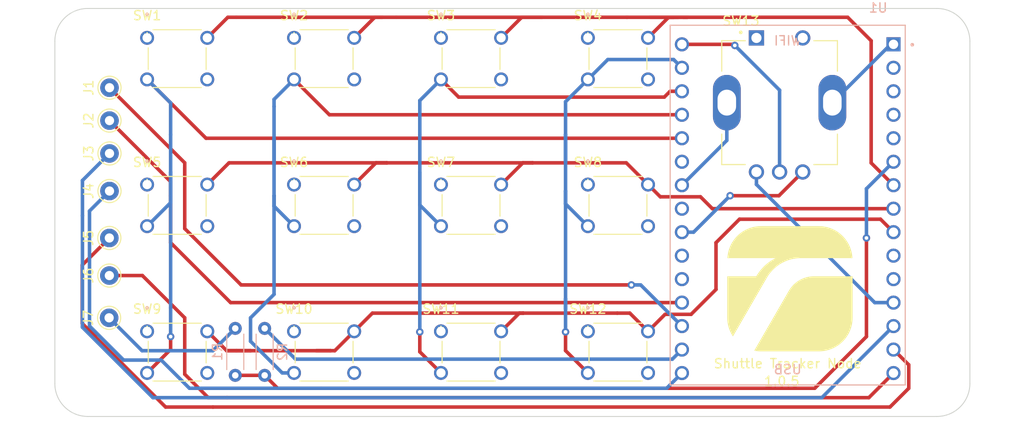
<source format=kicad_pcb>
(kicad_pcb (version 20211014) (generator pcbnew)
  (layers (0 "F.Cu" signal) (31 "B.Cu" signal) (34 "B.Paste" user) (35 "F.Paste" user) (36 "B.SilkS" user "B.Silkscreen") (37 "F.SilkS" user "F.Silkscreen") (38 "B.Mask" user) (39 "F.Mask" user) (44 "Edge.Cuts" user))
  (net 0 "")
  (net 1 "LCD_DAT")
  (net 2 "LCD_CLK")
  (net 3 "LCD_5V")
  (net 4 "LCD_GND")
  (net 5 "C1")
  (net 6 "R1")
  (net 7 "C2")
  (net 8 "C3")
  (net 9 "C4")
  (net 10 "R2")
  (net 11 "R3")
  (net 12 "ENC_A")
  (net 13 "ENC_B")
  (net 14 "ENC_SW_IN")
  (net 15 "ENC_GND_B")
  (net 21 "V_IN")
  (net 22 "V_OUT")
  (net 23 "V_GND")
  (net 28 "ENC_GND_A")
  (net 29 "BAT_5V")
  (net 30 "BAT_GND")
  (footprint "Connector_Pin:Pin_D1.0mm_L10.0mm" (layer "F.Cu") (at 135.636 97.536 -90)
    (fp_text reference "J4" (at 0 2.25 90) (layer "F.SilkS"))
    (fp_text value "Conn_01x01")
    (fp_circle (center 0 0) (end 1.25 0.05) (layer "F.SilkS") (width 0.12) (fill none))
    (pad "1" thru_hole circle (at 0 0 270) (size 2 2) (drill 1) (layers *.Cu *.Mask) (net 4 "LCD_GND"))
  )
  (footprint "B3F-1056:B3F-1056" (layer "F.Cu") (at 187.325 80.9625)
    (fp_text reference "SW4" (at 0 -2.413) (layer "F.SilkS"))
    (fp_text value "SW_Push" hide)
    (fp_text user "*" (at 0 0) (layer "F.SilkS"))
    (fp_circle (center 0 -2.54) (end 0.127 -2.54) (layer "B.SilkS") (width 0.12) (fill none))
    (fp_line (start 0.122999 1.079756) (end 0.122999 3.420245) (layer "F.SilkS") (width 0.12))
    (fp_line (start 0.641772 5.377002) (end 5.85823 5.377002) (layer "F.SilkS") (width 0.12))
    (fp_line (start 6.377003 3.420245) (end 6.377003 1.079756) (layer "F.SilkS") (width 0.12))
    (fp_line (start 5.85823 -0.877001) (end 0.641772 -0.877001) (layer "F.SilkS") (width 0.12))
    (fp_circle (center 0 -2.54) (end 0.127 -2.54) (layer "F.SilkS") (width 0.12) (fill none))
    (pad "1" thru_hole circle (at 0 4.500001) (size 1.507998 1.507998) (drill 0.999998) (layers *.Cu *.Mask) (net 9 "C4"))
    (pad "2" thru_hole circle (at 6.500002 0) (size 1.507998 1.507998) (drill 0.999998) (layers *.Cu *.Mask) (net 6 "R1"))
    (pad "3" thru_hole circle (at 0 0) (size 1.507998 1.507998) (drill 0.999998) (layers *.Cu *.Mask))
    (pad "4" thru_hole circle (at 6.500002 4.500001) (size 1.507998 1.507998) (drill 0.999998) (layers *.Cu *.Mask))
  )
  (footprint "B3F-1056:B3F-1056" (layer "F.Cu") (at 139.7 112.7125)
    (fp_text reference "SW9" (at 0 -2.413) (layer "F.SilkS"))
    (fp_text value "SW_Push" hide)
    (fp_text user "*" (at 0 0) (layer "F.SilkS"))
    (fp_circle (center 0 -2.54) (end 0.127 -2.54) (layer "B.SilkS") (width 0.12) (fill none))
    (fp_line (start 5.85823 -0.877001) (end 0.641772 -0.877001) (layer "F.SilkS") (width 0.12))
    (fp_line (start 6.377003 3.420245) (end 6.377003 1.079756) (layer "F.SilkS") (width 0.12))
    (fp_line (start 0.641772 5.377002) (end 5.85823 5.377002) (layer "F.SilkS") (width 0.12))
    (fp_line (start 0.122999 1.079756) (end 0.122999 3.420245) (layer "F.SilkS") (width 0.12))
    (fp_circle (center 0 -2.54) (end 0.127 -2.54) (layer "F.SilkS") (width 0.12) (fill none))
    (pad "1" thru_hole circle (at 0 4.500001) (size 1.507998 1.507998) (drill 0.999998) (layers *.Cu *.Mask) (net 5 "C1"))
    (pad "2" thru_hole circle (at 6.500002 0) (size 1.507998 1.507998) (drill 0.999998) (layers *.Cu *.Mask) (net 11 "R3"))
    (pad "3" thru_hole circle (at 0 0) (size 1.507998 1.507998) (drill 0.999998) (layers *.Cu *.Mask))
    (pad "4" thru_hole circle (at 6.500002 4.500001) (size 1.507998 1.507998) (drill 0.999998) (layers *.Cu *.Mask))
  )
  (footprint "Connector_Pin:Pin_D1.0mm_L10.0mm" (layer "F.Cu") (at 135.636 89.916 -90)
    (fp_text reference "J2" (at 0 2.25 90) (layer "F.SilkS"))
    (fp_text value "Conn_01x01")
    (fp_circle (center 0 0) (end 1.25 0.05) (layer "F.SilkS") (width 0.12) (fill none))
    (pad "1" thru_hole circle (at 0 0 270) (size 2 2) (drill 1) (layers *.Cu *.Mask) (net 2 "LCD_CLK"))
  )
  (footprint "Connector_Pin:Pin_D1.0mm_L10.0mm" (layer "F.Cu") (at 135.636 93.472 -90)
    (fp_text reference "J3" (at 0 2.25 90) (layer "F.SilkS"))
    (fp_text value "Conn_01x01")
    (fp_circle (center 0 0) (end 1.25 0.05) (layer "F.SilkS") (width 0.12) (fill none))
    (pad "1" thru_hole circle (at 0 0 270) (size 2 2) (drill 1) (layers *.Cu *.Mask) (net 3 "LCD_5V"))
  )
  (footprint "MountingHole:MountingHole_3.2mm_M3" (layer "F.Cu") (at 133.2865 81.3435)
    (fp_text reference "REF**" hide)
    (fp_text value "MountingHole_3.2mm_M3")
    (pad "" np_thru_hole circle (at 0 0) (size 3.2 3.2) (drill 3.2) (layers F&B.Cu *.Mask))
  )
  (footprint "MountingHole:MountingHole_3.2mm_M3" (layer "F.Cu") (at 133.2865 118.364)
    (fp_text reference "REF**" hide)
    (fp_text value "MountingHole_3.2mm_M3")
    (pad "" np_thru_hole circle (at 0 0) (size 3.2 3.2) (drill 3.2) (layers F&B.Cu *.Mask))
  )
  (footprint "B3F-1056:B3F-1056" (layer "F.Cu") (at 155.575 80.9625)
    (fp_text reference "SW2" (at 0 -2.413) (layer "F.SilkS"))
    (fp_text value "SW_Push" hide)
    (fp_text user "*" (at 0 0) (layer "F.SilkS"))
    (fp_circle (center 0 -2.54) (end 0.127 -2.54) (layer "B.SilkS") (width 0.12) (fill none))
    (fp_line (start 5.85823 -0.877001) (end 0.641772 -0.877001) (layer "F.SilkS") (width 0.12))
    (fp_line (start 0.641772 5.377002) (end 5.85823 5.377002) (layer "F.SilkS") (width 0.12))
    (fp_line (start 6.377003 3.420245) (end 6.377003 1.079756) (layer "F.SilkS") (width 0.12))
    (fp_line (start 0.122999 1.079756) (end 0.122999 3.420245) (layer "F.SilkS") (width 0.12))
    (fp_circle (center 0 -2.54) (end 0.127 -2.54) (layer "F.SilkS") (width 0.12) (fill none))
    (pad "1" thru_hole circle (at 0 4.500001) (size 1.507998 1.507998) (drill 0.999998) (layers *.Cu *.Mask) (net 7 "C2"))
    (pad "2" thru_hole circle (at 6.500002 0) (size 1.507998 1.507998) (drill 0.999998) (layers *.Cu *.Mask) (net 6 "R1"))
    (pad "3" thru_hole circle (at 0 0) (size 1.507998 1.507998) (drill 0.999998) (layers *.Cu *.Mask))
    (pad "4" thru_hole circle (at 6.500002 4.500001) (size 1.507998 1.507998) (drill 0.999998) (layers *.Cu *.Mask))
  )
  (footprint "Connector_Pin:Pin_D1.0mm_L10.0mm" (layer "F.Cu") (at 135.62 102.616 -90)
    (fp_text reference "J5" (at 0 2.25 90) (layer "F.SilkS"))
    (fp_text value "Conn_01x01")
    (fp_circle (center 0 0) (end 1.25 0.05) (layer "F.SilkS") (width 0.12) (fill none))
    (pad "1" thru_hole circle (at 0 0 270) (size 2 2) (drill 1) (layers *.Cu *.Mask) (net 29 "BAT_5V"))
  )
  (footprint "B3F-1056:B3F-1056" (layer "F.Cu") (at 155.575 112.7125)
    (fp_text reference "SW10" (at 0 -2.413) (layer "F.SilkS"))
    (fp_text value "SW_Push" hide)
    (fp_text user "*" (at 0 0) (layer "F.SilkS"))
    (fp_circle (center 0 -2.54) (end 0.127 -2.54) (layer "B.SilkS") (width 0.12) (fill none))
    (fp_line (start 0.641772 5.377002) (end 5.85823 5.377002) (layer "F.SilkS") (width 0.12))
    (fp_line (start 5.85823 -0.877001) (end 0.641772 -0.877001) (layer "F.SilkS") (width 0.12))
    (fp_line (start 6.377003 3.420245) (end 6.377003 1.079756) (layer "F.SilkS") (width 0.12))
    (fp_line (start 0.122999 1.079756) (end 0.122999 3.420245) (layer "F.SilkS") (width 0.12))
    (fp_circle (center 0 -2.54) (end 0.127 -2.54) (layer "F.SilkS") (width 0.12) (fill none))
    (pad "1" thru_hole circle (at 0 4.500001) (size 1.507998 1.507998) (drill 0.999998) (layers *.Cu *.Mask) (net 7 "C2"))
    (pad "2" thru_hole circle (at 6.500002 0) (size 1.507998 1.507998) (drill 0.999998) (layers *.Cu *.Mask) (net 11 "R3"))
    (pad "3" thru_hole circle (at 0 0) (size 1.507998 1.507998) (drill 0.999998) (layers *.Cu *.Mask))
    (pad "4" thru_hole circle (at 6.500002 4.500001) (size 1.507998 1.507998) (drill 0.999998) (layers *.Cu *.Mask))
  )
  (footprint "B3F-1056:B3F-1056" (layer "F.Cu") (at 139.7 96.8375)
    (fp_text reference "SW5" (at 0 -2.413) (layer "F.SilkS"))
    (fp_text value "SW_Push" hide)
    (fp_text user "*" (at 0 0) (layer "F.SilkS"))
    (fp_circle (center 0 -2.54) (end 0.127 -2.54) (layer "B.SilkS") (width 0.12) (fill none))
    (fp_line (start 0.122999 1.079756) (end 0.122999 3.420245) (layer "F.SilkS") (width 0.12))
    (fp_line (start 5.85823 -0.877001) (end 0.641772 -0.877001) (layer "F.SilkS") (width 0.12))
    (fp_line (start 6.377003 3.420245) (end 6.377003 1.079756) (layer "F.SilkS") (width 0.12))
    (fp_line (start 0.641772 5.377002) (end 5.85823 5.377002) (layer "F.SilkS") (width 0.12))
    (fp_circle (center 0 -2.54) (end 0.127 -2.54) (layer "F.SilkS") (width 0.12) (fill none))
    (pad "1" thru_hole circle (at 0 4.500001) (size 1.507998 1.507998) (drill 0.999998) (layers *.Cu *.Mask) (net 5 "C1"))
    (pad "2" thru_hole circle (at 6.500002 0) (size 1.507998 1.507998) (drill 0.999998) (layers *.Cu *.Mask) (net 10 "R2"))
    (pad "3" thru_hole circle (at 0 0) (size 1.507998 1.507998) (drill 0.999998) (layers *.Cu *.Mask))
    (pad "4" thru_hole circle (at 6.500002 4.500001) (size 1.507998 1.507998) (drill 0.999998) (layers *.Cu *.Mask))
  )
  (footprint "Connector_Pin:Pin_D1.0mm_L10.0mm" (layer "F.Cu") (at 135.62 106.68 -90)
    (fp_text reference "J6" (at 0 2.25 90) (layer "F.SilkS"))
    (fp_text value "Conn_01x01")
    (fp_circle (center 0 0) (end 1.25 0.05) (layer "F.SilkS") (width 0.12) (fill none))
    (pad "1" thru_hole circle (at 0 0 270) (size 2 2) (drill 1) (layers *.Cu *.Mask) (net 30 "BAT_GND"))
  )
  (footprint "B3F-1056:B3F-1056" (layer "F.Cu") (at 171.45 80.9625)
    (fp_text reference "SW3" (at 0 -2.413) (layer "F.SilkS"))
    (fp_text value "SW_Push" hide)
    (fp_text user "*" (at 0 0) (layer "F.SilkS"))
    (fp_circle (center 0 -2.54) (end 0.127 -2.54) (layer "B.SilkS") (width 0.12) (fill none))
    (fp_line (start 0.122999 1.079756) (end 0.122999 3.420245) (layer "F.SilkS") (width 0.12))
    (fp_line (start 5.85823 -0.877001) (end 0.641772 -0.877001) (layer "F.SilkS") (width 0.12))
    (fp_line (start 6.377003 3.420245) (end 6.377003 1.079756) (layer "F.SilkS") (width 0.12))
    (fp_line (start 0.641772 5.377002) (end 5.85823 5.377002) (layer "F.SilkS") (width 0.12))
    (fp_circle (center 0 -2.54) (end 0.127 -2.54) (layer "F.SilkS") (width 0.12) (fill none))
    (pad "1" thru_hole circle (at 0 4.500001) (size 1.507998 1.507998) (drill 0.999998) (layers *.Cu *.Mask) (net 8 "C3"))
    (pad "2" thru_hole circle (at 6.500002 0) (size 1.507998 1.507998) (drill 0.999998) (layers *.Cu *.Mask) (net 6 "R1"))
    (pad "3" thru_hole circle (at 0 0) (size 1.507998 1.507998) (drill 0.999998) (layers *.Cu *.Mask))
    (pad "4" thru_hole circle (at 6.500002 4.500001) (size 1.507998 1.507998) (drill 0.999998) (layers *.Cu *.Mask))
  )
  (footprint "B3F-1056:B3F-1056" (layer "F.Cu") (at 139.7 80.9625)
    (fp_text reference "SW1" (at 0 -2.413) (layer "F.SilkS"))
    (fp_text value "SW_Push" hide)
    (fp_text user "*" (at 0 0) (layer "F.SilkS"))
    (fp_circle (center 0 -2.54) (end 0.127 -2.54) (layer "B.SilkS") (width 0.12) (fill none))
    (fp_line (start 5.85823 -0.877001) (end 0.641772 -0.877001) (layer "F.SilkS") (width 0.12))
    (fp_line (start 0.641772 5.377002) (end 5.85823 5.377002) (layer "F.SilkS") (width 0.12))
    (fp_line (start 6.377003 3.420245) (end 6.377003 1.079756) (layer "F.SilkS") (width 0.12))
    (fp_line (start 0.122999 1.079756) (end 0.122999 3.420245) (layer "F.SilkS") (width 0.12))
    (fp_circle (center 0 -2.54) (end 0.127 -2.54) (layer "F.SilkS") (width 0.12) (fill none))
    (pad "1" thru_hole circle (at 0 4.500001) (size 1.507998 1.507998) (drill 0.999998) (layers *.Cu *.Mask) (net 5 "C1"))
    (pad "2" thru_hole circle (at 6.500002 0) (size 1.507998 1.507998) (drill 0.999998) (layers *.Cu *.Mask) (net 6 "R1"))
    (pad "3" thru_hole circle (at 0 0) (size 1.507998 1.507998) (drill 0.999998) (layers *.Cu *.Mask))
    (pad "4" thru_hole circle (at 6.500002 4.500001) (size 1.507998 1.507998) (drill 0.999998) (layers *.Cu *.Mask))
  )
  (footprint "PEC11R-4215F-S0024:PEC11R-4215F-S0024" (layer "F.Cu") (at 208.037501 87.975001)
    (fp_text reference "SW13" (at -4.175 -8.835) (layer "F.SilkS"))
    (fp_text value "PEC11-4215F-S24")
    (fp_line (start -6.25 -6.7) (end -3.7 -6.7) (layer "F.SilkS") (width 0.127))
    (fp_line (start -6.25 -3.4) (end -6.25 -6.7) (layer "F.SilkS") (width 0.127))
    (fp_line (start -6.25 3.4) (end -6.25 6.7) (layer "F.SilkS") (width 0.127))
    (fp_line (start -6.25 6.7) (end -3.7 6.7) (layer "F.SilkS") (width 0.127))
    (fp_line (start 6.25 6.7) (end 6.25 3.4) (layer "F.SilkS") (width 0.127))
    (fp_line (start 3.7 -6.7) (end 6.25 -6.7) (layer "F.SilkS") (width 0.127))
    (fp_line (start 3.7 6.7) (end 6.25 6.7) (layer "F.SilkS") (width 0.127))
    (fp_line (start 6.25 -6.7) (end 6.25 -3.4) (layer "F.SilkS") (width 0.127))
    (fp_circle (center -4.2 -7.6) (end -4.1 -7.6) (layer "F.SilkS") (width 0.2) (fill none))
    (pad "1" thru_hole rect (at -2.5 -7) (size 1.65 1.65) (drill 1.1) (layers *.Cu *.Mask))
    (pad "2" thru_hole circle (at 2.5 -7) (size 1.65 1.65) (drill 1.1) (layers *.Cu *.Mask))
    (pad "A" thru_hole circle (at -2.5 7.5) (size 1.65 1.65) (drill 1.1) (layers *.Cu *.Mask) (net 12 "ENC_A"))
    (pad "B" thru_hole circle (at 2.5 7.5) (size 1.65 1.65) (drill 1.1) (layers *.Cu *.Mask) (net 13 "ENC_B"))
    (pad "C" thru_hole circle (at 0 7.5) (size 1.65 1.65) (drill 1.1) (layers *.Cu *.Mask) (net 28 "ENC_GND_A"))
    (pad "S1" thru_hole oval (at -5.7 0) (size 3 6) (drill oval 2 2.8) (layers *.Cu *.Mask) (net 14 "ENC_SW_IN"))
    (pad "S2" thru_hole oval (at 5.7 0) (size 3 6) (drill oval 2 2.8) (layers *.Cu *.Mask) (net 15 "ENC_GND_B"))
  )
  (footprint "B3F-1056:B3F-1056" (layer "F.Cu") (at 171.45 112.7125)
    (fp_text reference "SW11" (at 0 -2.413) (layer "F.SilkS"))
    (fp_text value "SW_Push" hide)
    (fp_text user "*" (at 0 0) (layer "F.SilkS"))
    (fp_circle (center 0 -2.54) (end 0.127 -2.54) (layer "B.SilkS") (width 0.12) (fill none))
    (fp_line (start 5.85823 -0.877001) (end 0.641772 -0.877001) (layer "F.SilkS") (width 0.12))
    (fp_line (start 6.377003 3.420245) (end 6.377003 1.079756) (layer "F.SilkS") (width 0.12))
    (fp_line (start 0.122999 1.079756) (end 0.122999 3.420245) (layer "F.SilkS") (width 0.12))
    (fp_line (start 0.641772 5.377002) (end 5.85823 5.377002) (layer "F.SilkS") (width 0.12))
    (fp_circle (center 0 -2.54) (end 0.127 -2.54) (layer "F.SilkS") (width 0.12) (fill none))
    (pad "1" thru_hole circle (at 0 4.500001) (size 1.507998 1.507998) (drill 0.999998) (layers *.Cu *.Mask) (net 8 "C3"))
    (pad "2" thru_hole circle (at 6.500002 0) (size 1.507998 1.507998) (drill 0.999998) (layers *.Cu *.Mask) (net 11 "R3"))
    (pad "3" thru_hole circle (at 0 0) (size 1.507998 1.507998) (drill 0.999998) (layers *.Cu *.Mask))
    (pad "4" thru_hole circle (at 6.500002 4.500001) (size 1.507998 1.507998) (drill 0.999998) (layers *.Cu *.Mask))
  )
  (footprint "B3F-1056:B3F-1056" (layer "F.Cu") (at 187.325 112.7125)
    (fp_text reference "SW12" (at 0 -2.413) (layer "F.SilkS"))
    (fp_text value "SW_Push" hide)
    (fp_text user "*" (at 0 0) (layer "F.SilkS"))
    (fp_circle (center 0 -2.54) (end 0.127 -2.54) (layer "B.SilkS") (width 0.12) (fill none))
    (fp_line (start 6.377003 3.420245) (end 6.377003 1.079756) (layer "F.SilkS") (width 0.12))
    (fp_line (start 0.641772 5.377002) (end 5.85823 5.377002) (layer "F.SilkS") (width 0.12))
    (fp_line (start 5.85823 -0.877001) (end 0.641772 -0.877001) (layer "F.SilkS") (width 0.12))
    (fp_line (start 0.122999 1.079756) (end 0.122999 3.420245) (layer "F.SilkS") (width 0.12))
    (fp_circle (center 0 -2.54) (end 0.127 -2.54) (layer "F.SilkS") (width 0.12) (fill none))
    (pad "1" thru_hole circle (at 0 4.500001) (size 1.507998 1.507998) (drill 0.999998) (layers *.Cu *.Mask) (net 9 "C4"))
    (pad "2" thru_hole circle (at 6.500002 0) (size 1.507998 1.507998) (drill 0.999998) (layers *.Cu *.Mask) (net 11 "R3"))
    (pad "3" thru_hole circle (at 0 0) (size 1.507998 1.507998) (drill 0.999998) (layers *.Cu *.Mask))
    (pad "4" thru_hole circle (at 6.500002 4.500001) (size 1.507998 1.507998) (drill 0.999998) (layers *.Cu *.Mask))
  )
  (footprint "B3F-1056:B3F-1056" (layer "F.Cu") (at 155.575 96.8375)
    (fp_text reference "SW6" (at 0 -2.413) (layer "F.SilkS"))
    (fp_text value "SW_Push" hide)
    (fp_text user "*" (at 0 0) (layer "F.SilkS"))
    (fp_circle (center 0 -2.54) (end 0.127 -2.54) (layer "B.SilkS") (width 0.12) (fill none))
    (fp_line (start 0.122999 1.079756) (end 0.122999 3.420245) (layer "F.SilkS") (width 0.12))
    (fp_line (start 5.85823 -0.877001) (end 0.641772 -0.877001) (layer "F.SilkS") (width 0.12))
    (fp_line (start 0.641772 5.377002) (end 5.85823 5.377002) (layer "F.SilkS") (width 0.12))
    (fp_line (start 6.377003 3.420245) (end 6.377003 1.079756) (layer "F.SilkS") (width 0.12))
    (fp_circle (center 0 -2.54) (end 0.127 -2.54) (layer "F.SilkS") (width 0.12) (fill none))
    (pad "1" thru_hole circle (at 0 4.500001) (size 1.507998 1.507998) (drill 0.999998) (layers *.Cu *.Mask) (net 7 "C2"))
    (pad "2" thru_hole circle (at 6.500002 0) (size 1.507998 1.507998) (drill 0.999998) (layers *.Cu *.Mask) (net 10 "R2"))
    (pad "3" thru_hole circle (at 0 0) (size 1.507998 1.507998) (drill 0.999998) (layers *.Cu *.Mask))
    (pad "4" thru_hole circle (at 6.500002 4.500001) (size 1.507998 1.507998) (drill 0.999998) (layers *.Cu *.Mask))
  )
  (footprint "MountingHole:MountingHole_3.2mm_M3" (layer "F.Cu") (at 224.9805 81.3435)
    (fp_text reference "REF**" hide)
    (fp_text value "MountingHole_3.2mm_M3")
    (pad "" np_thru_hole circle (at 0 0) (size 3.2 3.2) (drill 3.2) (layers *.Cu *.Mask))
  )
  (footprint "B3F-1056:B3F-1056" (layer "F.Cu") (at 171.45 96.8375)
    (fp_text reference "SW7" (at 0 -2.413) (layer "F.SilkS"))
    (fp_text value "SW_Push" hide)
    (fp_text user "*" (at 0 0) (layer "F.SilkS"))
    (fp_circle (center 0 -2.54) (end 0.127 -2.54) (layer "B.SilkS") (width 0.12) (fill none))
    (fp_line (start 0.122999 1.079756) (end 0.122999 3.420245) (layer "F.SilkS") (width 0.12))
    (fp_line (start 5.85823 -0.877001) (end 0.641772 -0.877001) (layer "F.SilkS") (width 0.12))
    (fp_line (start 6.377003 3.420245) (end 6.377003 1.079756) (layer "F.SilkS") (width 0.12))
    (fp_line (start 0.641772 5.377002) (end 5.85823 5.377002) (layer "F.SilkS") (width 0.12))
    (fp_circle (center 0 -2.54) (end 0.127 -2.54) (layer "F.SilkS") (width 0.12) (fill none))
    (pad "1" thru_hole circle (at 0 4.500001) (size 1.507998 1.507998) (drill 0.999998) (layers *.Cu *.Mask) (net 8 "C3"))
    (pad "2" thru_hole circle (at 6.500002 0) (size 1.507998 1.507998) (drill 0.999998) (layers *.Cu *.Mask) (net 10 "R2"))
    (pad "3" thru_hole circle (at 0 0) (size 1.507998 1.507998) (drill 0.999998) (layers *.Cu *.Mask))
    (pad "4" thru_hole circle (at 6.500002 4.500001) (size 1.507998 1.507998) (drill 0.999998) (layers *.Cu *.Mask))
  )
  (footprint "Connector_Pin:Pin_D1.0mm_L10.0mm" (layer "F.Cu") (at 135.636 86.36 -90)
    (fp_text reference "J1" (at 0 2.25 90) (layer "F.SilkS"))
    (fp_text value "Conn_01x01")
    (fp_circle (center 0 0) (end 1.25 0.05) (layer "F.SilkS") (width 0.12) (fill none))
    (pad "1" thru_hole circle (at 0 0 270) (size 2 2) (drill 1) (layers *.Cu *.Mask) (net 1 "LCD_DAT"))
  )
  (footprint "Connector_Pin:Pin_D1.0mm_L10.0mm" (layer "F.Cu") (at 135.594694 111.252 -90)
    (fp_text reference "J7" (at 0 2.25 90) (layer "F.SilkS"))
    (fp_text value "Conn_01x01")
    (fp_circle (center 0 0) (end 1.25 0.05) (layer "F.SilkS") (width 0.12) (fill none))
    (pad "1" thru_hole circle (at 0 0 270) (size 2 2) (drill 1) (layers *.Cu *.Mask) (net 21 "V_IN"))
  )
  (footprint "B3F-1056:B3F-1056" (layer "F.Cu") (at 187.325 96.8375)
    (fp_text reference "SW8" (at 0 -2.413) (layer "F.SilkS"))
    (fp_text value "SW_Push" hide)
    (fp_text user "*" (at 0 0) (layer "F.SilkS"))
    (fp_circle (center 0 -2.54) (end 0.127 -2.54) (layer "B.SilkS") (width 0.12) (fill none))
    (fp_line (start 6.377003 3.420245) (end 6.377003 1.079756) (layer "F.SilkS") (width 0.12))
    (fp_line (start 0.122999 1.079756) (end 0.122999 3.420245) (layer "F.SilkS") (width 0.12))
    (fp_line (start 5.85823 -0.877001) (end 0.641772 -0.877001) (layer "F.SilkS") (width 0.12))
    (fp_line (start 0.641772 5.377002) (end 5.85823 5.377002) (layer "F.SilkS") (width 0.12))
    (fp_circle (center 0 -2.54) (end 0.127 -2.54) (layer "F.SilkS") (width 0.12) (fill none))
    (pad "1" thru_hole circle (at 0 4.500001) (size 1.507998 1.507998) (drill 0.999998) (layers *.Cu *.Mask) (net 9 "C4"))
    (pad "2" thru_hole circle (at 6.500002 0) (size 1.507998 1.507998) (drill 0.999998) (layers *.Cu *.Mask) (net 10 "R2"))
    (pad "3" thru_hole circle (at 0 0) (size 1.507998 1.507998) (drill 0.999998) (layers *.Cu *.Mask))
    (pad "4" thru_hole circle (at 6.500002 4.500001) (size 1.507998 1.507998) (drill 0.999998) (layers *.Cu *.Mask))
  )
  (footprint "MountingHole:MountingHole_3.2mm_M3" (layer "F.Cu") (at 224.9805 118.364)
    (fp_text reference "REF**" hide)
    (fp_text value "MountingHole_3.2mm_M3")
    (pad "" np_thru_hole circle (at 0 0) (size 3.2 3.2) (drill 3.2) (layers F&B.Cu *.Mask))
  )
  (footprint "Resistor_THT:R_Axial_DIN0204_L3.6mm_D1.6mm_P5.08mm_Horizontal" (layer "B.Cu") (at 149.225 112.395 -90)
    (fp_text reference "R1" (at 2.54 1.92 90) (layer "B.SilkS") (effects (justify mirror)))
    (fp_text value "R_Small_US")
    (fp_line (start 0.62 0.92) (end 4.46 0.92) (layer "B.SilkS") (width 0.12))
    (fp_line (start 0.62 -0.92) (end 4.46 -0.92) (layer "B.SilkS") (width 0.12))
    (pad "1" thru_hole circle (at 0 0 270) (size 1.4 1.4) (drill 0.7) (layers *.Cu *.Mask) (net 21 "V_IN"))
    (pad "2" thru_hole oval (at 5.08 0 270) (size 1.4 1.4) (drill 0.7) (layers *.Cu *.Mask) (net 22 "V_OUT"))
  )
  (footprint "Resistor_THT:R_Axial_DIN0204_L3.6mm_D1.6mm_P5.08mm_Horizontal" (layer "B.Cu") (at 152.4 117.475 90)
    (fp_text reference "R2" (at 2.54 1.92 90) (layer "B.SilkS") (effects (justify mirror)))
    (fp_text value "R_Small_US")
    (fp_line (start 0.62 0.92) (end 4.46 0.92) (layer "B.SilkS") (width 0.12))
    (fp_line (start 0.62 -0.92) (end 4.46 -0.92) (layer "B.SilkS") (width 0.12))
    (pad "1" thru_hole circle (at 0 0 90) (size 1.4 1.4) (drill 0.7) (layers *.Cu *.Mask) (net 22 "V_OUT"))
    (pad "2" thru_hole oval (at 5.08 0 90) (size 1.4 1.4) (drill 0.7) (layers *.Cu *.Mask) (net 23 "V_GND"))
  )
  (footprint "ESP32-C3-DEVKITC-02:XCVR_ESP32-C3-DEVKITC-02" (layer "B.Cu") (at 208.915 99.06 180)
    (fp_text reference "U1" (at -9.775 21.34) (layer "B.SilkS") (effects (justify mirror)))
    (fp_text value "ESP32-C3-DEVKITC-02")
    (fp_text user "USB" (at 0 -17.78 unlocked) (layer "B.SilkS") (effects (justify mirror)))
    (fp_text user "WIFI" (at 0 17.78 unlocked) (layer "B.SilkS") (effects (justify mirror)))
    (fp_line (start -12.7 19.455) (end 12.7 19.455) (layer "B.SilkS") (width 0.127))
    (fp_line (start 12.7 -19.455) (end -12.7 -19.455) (layer "B.SilkS") (width 0.127))
    (fp_line (start -12.7 -19.455) (end -12.7 19.455) (layer "B.SilkS") (width 0.127))
    (fp_line (start 12.7 19.455) (end 12.7 -19.455) (layer "B.SilkS") (width 0.127))
    (fp_circle (center -13.462 17.347) (end -13.362 17.347) (layer "B.SilkS") (width 0.2) (fill none))
    (pad "1" thru_hole rect (at -11.43 17.3922 180) (size 1.53 1.53) (drill 1.02) (layers *.Cu *.Mask) (net 15 "ENC_GND_B"))
    (pad "2" thru_hole circle (at -11.43 14.8522 180) (size 1.53 1.53) (drill 1.02) (layers *.Cu *.Mask))
    (pad "3" thru_hole circle (at -11.43 12.3122 180) (size 1.53 1.53) (drill 1.02) (layers *.Cu *.Mask))
    (pad "4" thru_hole circle (at -11.43 9.7722 180) (size 1.53 1.53) (drill 1.02) (layers *.Cu *.Mask))
    (pad "5" thru_hole circle (at -11.43 7.2322 180) (size 1.53 1.53) (drill 1.02) (layers *.Cu *.Mask))
    (pad "6" thru_hole circle (at -11.43 4.6922 180) (size 1.53 1.53) (drill 1.02) (layers *.Cu *.Mask) (net 22 "V_OUT"))
    (pad "7" thru_hole circle (at -11.43 2.1522 180) (size 1.53 1.53) (drill 1.02) (layers *.Cu *.Mask) (net 6 "R1"))
    (pad "8" thru_hole circle (at -11.43 -0.3878 180) (size 1.53 1.53) (drill 1.02) (layers *.Cu *.Mask) (net 10 "R2"))
    (pad "9" thru_hole circle (at -11.43 -2.9278 180) (size 1.53 1.53) (drill 1.02) (layers *.Cu *.Mask) (net 11 "R3"))
    (pad "10" thru_hole circle (at -11.43 -5.4678 180) (size 1.53 1.53) (drill 1.02) (layers *.Cu *.Mask))
    (pad "11" thru_hole circle (at -11.43 -8.0078 180) (size 1.53 1.53) (drill 1.02) (layers *.Cu *.Mask))
    (pad "12" thru_hole circle (at -11.43 -10.5478 180) (size 1.53 1.53) (drill 1.02) (layers *.Cu *.Mask) (net 12 "ENC_A"))
    (pad "13" thru_hole circle (at -11.43 -13.0878 180) (size 1.53 1.53) (drill 1.02) (layers *.Cu *.Mask) (net 3 "LCD_5V"))
    (pad "14" thru_hole circle (at -11.43 -15.6278 180) (size 1.53 1.53) (drill 1.02) (layers *.Cu *.Mask) (net 29 "BAT_5V"))
    (pad "15" thru_hole circle (at -11.43 -18.1678 180) (size 1.53 1.53) (drill 1.02) (layers *.Cu *.Mask) (net 30 "BAT_GND"))
    (pad "16" thru_hole circle (at 11.43 -18.1678 180) (size 1.53 1.53) (drill 1.02) (layers *.Cu *.Mask) (net 4 "LCD_GND"))
    (pad "17" thru_hole circle (at 11.43 -15.6278 180) (size 1.53 1.53) (drill 1.02) (layers *.Cu *.Mask) (net 23 "V_GND"))
    (pad "18" thru_hole circle (at 11.43 -13.0878 180) (size 1.53 1.53) (drill 1.02) (layers *.Cu *.Mask) (net 1 "LCD_DAT"))
    (pad "19" thru_hole circle (at 11.43 -10.5478 180) (size 1.53 1.53) (drill 1.02) (layers *.Cu *.Mask) (net 2 "LCD_CLK"))
    (pad "20" thru_hole circle (at 11.43 -8.0078 180) (size 1.53 1.53) (drill 1.02) (layers *.Cu *.Mask))
    (pad "21" thru_hole circle (at 11.43 -5.4678 180) (size 1.53 1.53) (drill 1.02) (layers *.Cu *.Mask))
    (pad "22" thru_hole circle (at 11.43 -2.9278 180) (size 1.53 1.53) (drill 1.02) (layers *.Cu *.Mask) (net 13 "ENC_B"))
    (pad "23" thru_hole circle (at 11.43 -0.3878 180) (size 1.53 1.53) (drill 1.02) (layers *.Cu *.Mask))
    (pad "24" thru_hole circle (at 11.43 2.1522 180) (size 1.53 1.53) (drill 1.02) (layers *.Cu *.Mask) (net 14 "ENC_SW_IN"))
    (pad "25" thru_hole circle (at 11.43 4.6922 180) (size 1.53 1.53) (drill 1.02) (layers *.Cu *.Mask))
    (pad "26" thru_hole circle (at 11.43 7.2322 180) (size 1.53 1.53) (drill 1.02) (layers *.Cu *.Mask) (net 5 "C1"))
    (pad "27" thru_hole circle (at 11.43 9.7722 180) (size 1.53 1.53) (drill 1.02) (layers *.Cu *.Mask) (net 7 "C2"))
    (pad "28" thru_hole circle (at 11.43 12.3122 180) (size 1.53 1.53) (drill 1.02) (layers *.Cu *.Mask) (net 8 "C3"))
    (pad "29" thru_hole circle (at 11.43 14.8522 180) (size 1.53 1.53) (drill 1.02) (layers *.Cu *.Mask) (net 9 "C4"))
    (pad "30" thru_hole circle (at 11.43 17.3922 180) (size 1.53 1.53) (drill 1.02) (layers *.Cu *.Mask) (net 28 "ENC_GND_A"))
  )
  (gr_poly (pts (xy 212.466414 101.338825) (xy 212.645635 101.35207) (xy 212.822293 101.373888) (xy 212.996182 101.40407) (xy 213.167097 101.442406) (xy 213.334835 101.488687) (xy 213.499191 101.542704) (xy 213.65996 101.604246) (xy 213.816937 101.673104) (xy 213.969918 101.749068) (xy 214.118698 101.831929) (xy 214.263073 101.921478) (xy 214.402838 102.017504) (xy 214.537789 102.119798) (xy 214.667721 102.22815) (xy 214.792429 102.342352) (xy 214.911709 102.462193) (xy 215.025356 102.587463) (xy 215.133166 102.717954) (xy 215.234934 102.853455) (xy 215.330456 102.993757) (xy 215.419526 103.138651) (xy 215.501941 103.287926) (xy 215.577496 103.441374) (xy 215.645986 103.598784) (xy 215.707206 103.759947) (xy 215.760953 103.924654) (xy 215.807021 104.092694) (xy 215.845206 104.263859) (xy 215.875303 104.437938) (xy 215.897109 104.614723) (xy 215.910417 104.794003) (xy 210.344696 104.794003) (xy 210.202533 104.796371) (xy 210.061156 104.803442) (xy 209.920661 104.815161) (xy 209.781142 104.831471) (xy 209.642698 104.852315) (xy 209.505423 104.877638) (xy 209.369414 104.907381) (xy 209.234767 104.94149) (xy 209.101578 104.979908) (xy 208.969944 105.022578) (xy 208.83996 105.069444) (xy 208.711723 105.12045) (xy 208.585329 105.175539) (xy 208.460874 105.234654) (xy 208.338454 105.29774) (xy 208.218165 105.36474) (xy 208.100103 105.435598) (xy 207.984365 105.510256) (xy 207.871047 105.58866) (xy 207.760245 105.670752) (xy 207.652055 105.756475) (xy 207.546573 105.845774) (xy 207.443895 105.938593) (xy 207.344117 106.034874) (xy 207.247337 106.134561) (xy 207.153649 106.237598) (xy 207.06315 106.343929) (xy 206.975936 106.453497) (xy 206.892103 106.566246) (xy 206.811748 106.682119) (xy 206.734966 106.80106) (xy 206.661854 106.923012) (xy 203.599977 112.2255) (xy 202.999047 113.267112) (xy 202.927921 113.157097) (xy 202.860664 113.04445) (xy 202.797375 112.929261) (xy 202.738155 112.811619) (xy 202.683103 112.691613) (xy 202.632316 112.569334) (xy 202.585896 112.444869) (xy 202.543941 112.318309) (xy 202.50655 112.189743) (xy 202.473822 112.05926) (xy 202.445858 111.92695) (xy 202.422755 111.792902) (xy 202.404613 111.657205) (xy 202.391533 111.519949) (xy 202.383611 111.381224) (xy 202.380949 111.241118) (xy 202.380949 106.757039) (xy 205.520085 106.757039) (xy 205.615618 106.598702) (xy 205.716373 106.44471) (xy 205.8222 106.295152) (xy 205.93295 106.150115) (xy 206.048475 106.009685) (xy 206.168626 105.873951) (xy 206.293255 105.742998) (xy 206.422213 105.616915) (xy 206.55535 105.495788) (xy 206.692519 105.379704) (xy 206.833571 105.268752) (xy 206.978356 105.163017) (xy 207.126727 105.062588) (xy 207.278535 104.967551) (xy 207.43363 104.877993) (xy 207.591864 104.794003) (xy 202.398118 104.794003) (xy 202.411428 104.614725) (xy 202.433219 104.437943) (xy 202.463286 104.263865) (xy 202.501426 104.092702) (xy 202.547435 103.924663) (xy 202.601111 103.759957) (xy 202.66225 103.598795) (xy 202.730648 103.441385) (xy 202.806101 103.287938) (xy 202.888407 103.138663) (xy 202.977362 102.993769) (xy 203.072761 102.853467) (xy 203.174403 102.717966) (xy 203.282082 102.587475) (xy 203.395597 102.462204) (xy 203.514742 102.342362) (xy 203.639316 102.22816) (xy 203.769113 102.119807) (xy 203.903931 102.017512) (xy 204.043567 101.921485) (xy 204.187816 101.831936) (xy 204.336475 101.749074) (xy 204.489341 101.673109) (xy 204.64621 101.60425) (xy 204.80688 101.542707) (xy 204.971145 101.48869) (xy 205.138803 101.442408) (xy 205.30965 101.404071) (xy 205.483483 101.373889) (xy 205.660098 101.35207) (xy 205.839292 101.338826) (xy 206.020861 101.334364) (xy 212.284832 101.334364)) (layer "F.SilkS") (width 0) (fill solid))
  (gr_poly (pts (xy 215.927615 111.241118) (xy 215.922871 111.428449) (xy 215.908793 111.613318) (xy 215.88561 111.795497) (xy 215.853552 111.974758) (xy 215.812849 112.150871) (xy 215.763729 112.323608) (xy 215.706423 112.492741) (xy 215.641161 112.65804) (xy 215.568171 112.819278) (xy 215.487684 112.976226) (xy 215.399929 113.128654) (xy 215.305136 113.276336) (xy 215.203534 113.419042) (xy 215.095353 113.556543) (xy 214.980822 113.688611) (xy 214.860172 113.815017) (xy 214.733631 113.935533) (xy 214.60143 114.049931) (xy 214.463798 114.157981) (xy 214.320965 114.259455) (xy 214.173159 114.354125) (xy 214.020612 114.441762) (xy 213.863552 114.522137) (xy 213.702209 114.595022) (xy 213.536813 114.660189) (xy 213.367593 114.717408) (xy 213.194778 114.766451) (xy 213.0186 114.80709) (xy 212.839286 114.839096) (xy 212.657067 114.86224) (xy 212.472173 114.876294) (xy 212.284832 114.88103) (xy 206.020861 114.88103) (xy 205.928292 114.879762) (xy 205.8362 114.876017) (xy 205.744643 114.869889) (xy 205.653678 114.861467) (xy 205.563362 114.850844) (xy 205.473753 114.838111) (xy 205.384907 114.82336) (xy 205.296882 114.806682) (xy 209.039823 108.322314) (xy 209.149965 108.145404) (xy 209.270641 107.977532) (xy 209.401279 107.819027) (xy 209.541311 107.670215) (xy 209.690166 107.531425) (xy 209.847274 107.402984) (xy 210.012065 107.28522) (xy 210.183969 107.178461) (xy 210.362416 107.083034) (xy 210.546836 106.999268) (xy 210.736659 106.92749) (xy 210.931315 106.868029) (xy 211.130234 106.82121) (xy 211.332846 106.787364) (xy 211.53858 106.766816) (xy 211.746868 106.759896) (xy 215.927615 106.759896)) (layer "F.SilkS") (width 0) (fill solid))
  (gr_arc (start 228.6 118.364) (mid 227.558472 120.878472) (end 225.044 121.92) (layer "Edge.Cuts") (width 0.1))
  (gr_arc (start 225.044 77.7875) (mid 227.558472 78.829028) (end 228.6 81.3435) (layer "Edge.Cuts") (width 0.1))
  (gr_arc (start 129.7305 81.3435) (mid 130.772028 78.829028) (end 133.2865 77.7875) (layer "Edge.Cuts") (width 0.1))
  (gr_line (start 228.6 118.364) (end 228.6 81.3435) (layer "Edge.Cuts") (width 0.1))
  (gr_line (start 129.7305 81.3435) (end 129.7305 118.364) (layer "Edge.Cuts") (width 0.1))
  (gr_arc (start 133.2865 121.92) (mid 130.772028 120.878472) (end 129.7305 118.364) (layer "Edge.Cuts") (width 0.1))
  (gr_line (start 225.044 77.7875) (end 133.2865 77.7875) (layer "Edge.Cuts") (width 0.1))
  (gr_line (start 133.2865 121.92) (end 225.044 121.92) (layer "Edge.Cuts") (width 0.1))
  (gr_text "1.0.5" (at 208.28 118.11) (layer "F.SilkS") (effects (font (size 1 1))))
  (gr_text "Shuttle Tracker Node" (at 208.915 116.205) (layer "F.SilkS") (effects (font (size 1 1))))
  (segment (start 143.764 94.488) (end 143.764 96.012) (width 0.381) (layer "F.Cu") (net 1))
  (segment (start 149.86 107.696) (end 192.024 107.696) (width 0.381) (layer "F.Cu") (net 1))
  (segment (start 143.764 101.092) (end 143.764 101.6) (width 0.381) (layer "F.Cu") (net 1))
  (segment (start 143.764 101.6) (end 149.86 107.696) (width 0.381) (layer "F.Cu") (net 1))
  (segment (start 143.764 94.996) (end 143.764 96.012) (width 0.381) (layer "F.Cu") (net 1))
  (segment (start 143.764 96.012) (end 143.764 101.092) (width 0.381) (layer "F.Cu") (net 1))
  (segment (start 135.636 86.36) (end 143.764 94.488) (width 0.381) (layer "F.Cu") (net 1))
  (via (at 192.024 107.696) (size 0.8) (drill 0.4) (layers "F.Cu" "B.Cu") (net 1))
  (segment (start 192.024 107.696) (end 193.0332 107.696) (width 0.381) (layer "B.Cu") (net 1))
  (segment (start 193.0332 107.696) (end 197.485 112.1478) (width 0.381) (layer "B.Cu") (net 1))
  (segment (start 197.485 109.6078) (end 148.7238 109.6078) (width 0.381) (layer "F.Cu") (net 2))
  (segment (start 142.24 96.52) (end 142.24 98.044) (width 0.381) (layer "F.Cu") (net 2))
  (segment (start 148.7238 109.6078) (end 142.24 103.124) (width 0.381) (layer "F.Cu") (net 2))
  (segment (start 135.636 89.916) (end 142.24 96.52) (width 0.381) (layer "F.Cu") (net 2))
  (segment (start 142.24 103.124) (end 142.24 98.044) (width 0.381) (layer "F.Cu") (net 2))
  (segment (start 132.713091 112.275117) (end 140.325974 119.888) (width 0.381) (layer "B.Cu") (net 3))
  (segment (start 140.325974 119.888) (end 212.6048 119.888) (width 0.381) (layer "B.Cu") (net 3))
  (segment (start 132.713091 100.201091) (end 132.713091 112.142909) (width 0.381) (layer "B.Cu") (net 3))
  (segment (start 132.713091 96.394909) (end 132.713091 100.201091) (width 0.381) (layer "B.Cu") (net 3))
  (segment (start 132.713091 112.142909) (end 132.713091 112.275117) (width 0.381) (layer "B.Cu") (net 3))
  (segment (start 135.636 93.472) (end 132.713091 96.394909) (width 0.381) (layer "B.Cu") (net 3))
  (segment (start 212.6048 119.888) (end 220.345 112.1478) (width 0.381) (layer "B.Cu") (net 3))
  (segment (start 144.272 118.872) (end 195.8408 118.872) (width 0.381) (layer "B.Cu") (net 4))
  (segment (start 141.224 115.824) (end 137.16 115.824) (width 0.381) (layer "B.Cu") (net 4))
  (segment (start 144.272 118.872) (end 141.224 115.824) (width 0.381) (layer "B.Cu") (net 4))
  (segment (start 133.475091 99.696909) (end 135.636 97.536) (width 0.381) (layer "B.Cu") (net 4))
  (segment (start 137.16 115.824) (end 133.475091 112.139091) (width 0.381) (layer "B.Cu") (net 4))
  (segment (start 133.475091 112.139091) (end 133.475091 99.696909) (width 0.381) (layer "B.Cu") (net 4))
  (segment (start 195.8408 118.872) (end 197.485 117.2278) (width 0.381) (layer "B.Cu") (net 4))
  (segment (start 142.24 114.672501) (end 139.7 117.212501) (width 0.381) (layer "F.Cu") (net 5))
  (segment (start 197.485 91.8278) (end 146.065299 91.8278) (width 0.381) (layer "F.Cu") (net 5))
  (segment (start 142.24 113.284) (end 142.24 114.672501) (width 0.381) (layer "F.Cu") (net 5))
  (segment (start 146.065299 91.8278) (end 139.7 85.462501) (width 0.381) (layer "F.Cu") (net 5))
  (via (at 142.24 113.284) (size 0.8) (drill 0.4) (layers "F.Cu" "B.Cu") (net 5))
  (segment (start 142.24 110.1725) (end 142.24 95.504) (width 0.381) (layer "B.Cu") (net 5))
  (segment (start 142.24 110.1725) (end 142.24 113.284) (width 0.381) (layer "B.Cu") (net 5))
  (segment (start 142.24 95.504) (end 142.24 98.797501) (width 0.381) (layer "B.Cu") (net 5))
  (segment (start 142.24 91.44) (end 142.24 88.002501) (width 0.381) (layer "B.Cu") (net 5))
  (segment (start 142.24 95.504) (end 142.24 91.44) (width 0.381) (layer "B.Cu") (net 5))
  (segment (start 142.24 98.797501) (end 139.7 101.337501) (width 0.381) (layer "B.Cu") (net 5))
  (segment (start 142.24 88.002501) (end 139.7 85.462501) (width 0.381) (layer "B.Cu") (net 5))
  (segment (start 191.516 78.74) (end 191.602502 78.74) (width 0.381) (layer "F.Cu") (net 6))
  (segment (start 194.047501 78.74) (end 196.596 78.74) (width 0.381) (layer "F.Cu") (net 6))
  (segment (start 146.200002 80.9625) (end 148.422502 78.74) (width 0.381) (layer "F.Cu") (net 6))
  (segment (start 196.596 78.74) (end 197.104 78.74) (width 0.381) (layer "F.Cu") (net 6))
  (segment (start 165.1 78.74) (end 156.972 78.74) (width 0.381) (layer "F.Cu") (net 6))
  (segment (start 155.448 78.74) (end 156.972 78.74) (width 0.381) (layer "F.Cu") (net 6))
  (segment (start 148.422502 78.74) (end 149.352 78.74) (width 0.381) (layer "F.Cu") (net 6))
  (segment (start 215.392 78.74) (end 197.612 78.74) (width 0.381) (layer "F.Cu") (net 6))
  (segment (start 196.047502 78.74) (end 198.12 78.74) (width 0.381) (layer "F.Cu") (net 6))
  (segment (start 171.196 78.74) (end 182.372 78.74) (width 0.381) (layer "F.Cu") (net 6))
  (segment (start 217.932 94.4948) (end 217.932 81.28) (width 0.381) (layer "F.Cu") (net 6))
  (segment (start 182.372 78.74) (end 191.516 78.74) (width 0.381) (layer "F.Cu") (net 6))
  (segment (start 177.950002 80.9625) (end 180.172502 78.74) (width 0.381) (layer "F.Cu") (net 6))
  (segment (start 217.932 81.28) (end 215.392 78.74) (width 0.381) (layer "F.Cu") (net 6))
  (segment (start 191.516 78.74) (end 198.12 78.74) (width 0.381) (layer "F.Cu") (net 6))
  (segment (start 166.624 78.74) (end 165.1 78.74) (width 0.381) (layer "F.Cu") (net 6))
  (segment (start 180.172502 78.74) (end 182.372 78.74) (width 0.381) (layer "F.Cu") (net 6))
  (segment (start 193.825002 80.9625) (end 196.047502 78.74) (width 0.381) (layer "F.Cu") (net 6))
  (segment (start 220.345 96.9078) (end 217.932 94.4948) (width 0.381) (layer "F.Cu") (net 6))
  (segment (start 196.047502 78.74) (end 196.596 78.74) (width 0.381) (layer "F.Cu") (net 6))
  (segment (start 166.624 78.74) (end 171.196 78.74) (width 0.381) (layer "F.Cu") (net 6))
  (segment (start 156.972 78.74) (end 149.352 78.74) (width 0.381) (layer "F.Cu") (net 6))
  (segment (start 164.297502 78.74) (end 165.1 78.74) (width 0.381) (layer "F.Cu") (net 6))
  (segment (start 162.075002 80.9625) (end 164.297502 78.74) (width 0.381) (layer "F.Cu") (net 6))
  (segment (start 197.485 89.2878) (end 159.400299 89.2878) (width 0.381) (layer "F.Cu") (net 7))
  (segment (start 159.400299 89.2878) (end 155.575 85.462501) (width 0.381) (layer "F.Cu") (net 7))
  (segment (start 150.876 113.792) (end 150.876 111.252) (width 0.381) (layer "B.Cu") (net 7))
  (segment (start 155.575 117.212501) (end 154.296501 117.212501) (width 0.381) (layer "B.Cu") (net 7))
  (segment (start 153.416 108.712) (end 153.416 98.044) (width 0.381) (layer "B.Cu") (net 7))
  (segment (start 150.876 111.252) (end 153.416 108.712) (width 0.381) (layer "B.Cu") (net 7))
  (segment (start 153.416 94.6785) (end 153.416 91.948) (width 0.381) (layer "B.Cu") (net 7))
  (segment (start 153.416 99.178501) (end 153.416 98.044) (width 0.381) (layer "B.Cu") (net 7))
  (segment (start 153.416 98.044) (end 153.416 91.948) (width 0.381) (layer "B.Cu") (net 7))
  (segment (start 153.416 87.621501) (end 153.416 88.392) (width 0.381) (layer "B.Cu") (net 7))
  (segment (start 153.416 91.948) (end 153.416 88.392) (width 0.381) (layer "B.Cu") (net 7))
  (segment (start 155.575 85.462501) (end 153.416 87.621501) (width 0.381) (layer "B.Cu") (net 7))
  (segment (start 155.575 101.337501) (end 153.416 99.178501) (width 0.381) (layer "B.Cu") (net 7))
  (segment (start 154.296501 117.212501) (end 150.876 113.792) (width 0.381) (layer "B.Cu") (net 7))
  (segment (start 173.363499 87.376) (end 171.45 85.462501) (width 0.381) (layer "F.Cu") (net 8))
  (segment (start 196.2082 86.7478) (end 195.58 87.376) (width 0.381) (layer "F.Cu") (net 8))
  (segment (start 171.45 117.212501) (end 169.164 114.926501) (width 0.381) (layer "F.Cu") (net 8))
  (segment (start 195.58 87.376) (end 173.363499 87.376) (width 0.381) (layer "F.Cu") (net 8))
  (segment (start 197.485 86.7478) (end 196.2082 86.7478) (width 0.381) (layer "F.Cu") (net 8))
  (segment (start 169.164 114.926501) (end 169.164 112.776) (width 0.381) (layer "F.Cu") (net 8))
  (via (at 169.164 112.776) (size 0.8) (drill 0.4) (layers "F.Cu" "B.Cu") (net 8))
  (segment (start 169.164 95.504) (end 169.164 91.44) (width 0.381) (layer "B.Cu") (net 8))
  (segment (start 169.164 99.051501) (end 169.164 95.504) (width 0.381) (layer "B.Cu") (net 8))
  (segment (start 169.164 91.44) (end 169.164 89.408) (width 0.381) (layer "B.Cu") (net 8))
  (segment (start 169.164 109.728) (end 169.164 95.504) (width 0.381) (layer "B.Cu") (net 8))
  (segment (start 169.164 110.4265) (end 169.164 109.728) (width 0.381) (layer "B.Cu") (net 8))
  (segment (start 169.164 87.748501) (end 169.164 89.408) (width 0.381) (layer "B.Cu") (net 8))
  (segment (start 171.45 85.462501) (end 169.164 87.748501) (width 0.381) (layer "B.Cu") (net 8))
  (segment (start 169.164 112.776) (end 169.164 109.728) (width 0.381) (layer "B.Cu") (net 8))
  (segment (start 171.45 101.337501) (end 169.164 99.051501) (width 0.381) (layer "B.Cu") (net 8))
  (segment (start 187.325 117.212501) (end 184.912 114.799501) (width 0.381) (layer "F.Cu") (net 9))
  (segment (start 184.912 114.799501) (end 184.912 112.776) (width 0.381) (layer "F.Cu") (net 9))
  (via (at 184.912 112.776) (size 0.8) (drill 0.4) (layers "F.Cu" "B.Cu") (net 9))
  (segment (start 184.912 112.776) (end 184.912 109.22) (width 0.381) (layer "B.Cu") (net 9))
  (segment (start 187.325 85.462501) (end 184.912 87.875501) (width 0.381) (layer "B.Cu") (net 9))
  (segment (start 184.912 91.44) (end 184.912 88.9) (width 0.381) (layer "B.Cu") (net 9))
  (segment (start 189.475501 83.312) (end 187.325 85.462501) (width 0.381) (layer "B.Cu") (net 9))
  (segment (start 187.325 101.337501) (end 184.912 98.924501) (width 0.381) (layer "B.Cu") (net 9))
  (segment (start 184.912 94.4245) (end 184.912 91.44) (width 0.381) (layer "B.Cu") (net 9))
  (segment (start 184.912 97.536) (end 184.912 91.44) (width 0.381) (layer "B.Cu") (net 9))
  (segment (start 196.5892 83.312) (end 189.475501 83.312) (width 0.381) (layer "B.Cu") (net 9))
  (segment (start 184.912 98.924501) (end 184.912 97.536) (width 0.381) (layer "B.Cu") (net 9))
  (segment (start 197.485 84.2078) (end 196.5892 83.312) (width 0.381) (layer "B.Cu") (net 9))
  (segment (start 184.912 109.22) (end 184.912 97.536) (width 0.381) (layer "B.Cu") (net 9))
  (segment (start 184.912 110.2995) (end 184.912 109.22) (width 0.381) (layer "B.Cu") (net 9))
  (segment (start 184.912 87.875501) (end 184.912 88.9) (width 0.381) (layer "B.Cu") (net 9))
  (segment (start 181.356 94.488) (end 191.475502 94.488) (width 0.381) (layer "F.Cu") (net 10))
  (segment (start 195.149487 98.161985) (end 193.825002 96.8375) (width 0.381) (layer "F.Cu") (net 10))
  (segment (start 148.549502 94.488) (end 165.608 94.488) (width 0.381) (layer "F.Cu") (net 10))
  (segment (start 164.424502 94.488) (end 165.608 94.488) (width 0.381) (layer "F.Cu") (net 10))
  (segment (start 220.345 99.4478) (end 200.7802 99.4478) (width 0.381) (layer "F.Cu") (net 10))
  (segment (start 199.494385 98.161985) (end 195.149487 98.161985) (width 0.381) (layer "F.Cu") (net 10))
  (segment (start 180.299502 94.488) (end 181.356 94.488) (width 0.381) (layer "F.Cu") (net 10))
  (segment (start 162.075002 96.8375) (end 164.424502 94.488) (width 0.381) (layer "F.Cu") (net 10))
  (segment (start 200.7802 99.4478) (end 199.494385 98.161985) (width 0.381) (layer "F.Cu") (net 10))
  (segment (start 191.475502 94.488) (end 193.825002 96.8375) (width 0.381) (layer "F.Cu") (net 10))
  (segment (start 146.200002 96.8375) (end 148.549502 94.488) (width 0.381) (layer "F.Cu") (net 10))
  (segment (start 177.950002 96.8375) (end 180.299502 94.488) (width 0.381) (layer "F.Cu") (net 10))
  (segment (start 165.608 94.488) (end 181.356 94.488) (width 0.381) (layer "F.Cu") (net 10))
  (segment (start 180.34 110.744) (end 190.5 110.744) (width 0.381) (layer "F.Cu") (net 11))
  (segment (start 164.043502 110.744) (end 162.075002 112.7125) (width 0.381) (layer "F.Cu") (net 11))
  (segment (start 146.200002 112.7125) (end 148.295502 114.808) (width 0.381) (layer "F.Cu") (net 11))
  (segment (start 180.34 110.744) (end 164.043502 110.744) (width 0.381) (layer "F.Cu") (net 11))
  (segment (start 159.979502 114.808) (end 162.075002 112.7125) (width 0.381) (layer "F.Cu") (net 11))
  (segment (start 203.708 100.584) (end 218.9412 100.584) (width 0.381) (layer "F.Cu") (net 11))
  (segment (start 159.512 114.808) (end 159.979502 114.808) (width 0.381) (layer "F.Cu") (net 11))
  (segment (start 195.664347 110.873155) (end 198.477479 110.873155) (width 0.381) (layer "F.Cu") (net 11))
  (segment (start 149.352 114.808) (end 150.876 114.808) (width 0.381) (layer "F.Cu") (net 11))
  (segment (start 148.295502 114.808) (end 150.876 114.808) (width 0.381) (layer "F.Cu") (net 11))
  (segment (start 201.168 103.124) (end 203.708 100.584) (width 0.381) (layer "F.Cu") (net 11))
  (segment (start 198.477479 110.873155) (end 201.168 108.182634) (width 0.381) (layer "F.Cu") (net 11))
  (segment (start 148.295502 114.808) (end 149.352 114.808) (width 0.381) (layer "F.Cu") (net 11))
  (segment (start 201.168 108.182634) (end 201.168 103.124) (width 0.381) (layer "F.Cu") (net 11))
  (segment (start 193.825002 112.7125) (end 191.856502 110.744) (width 0.381) (layer "F.Cu") (net 11))
  (segment (start 179.918502 110.744) (end 180.34 110.744) (width 0.381) (layer "F.Cu") (net 11))
  (segment (start 157.979501 114.808) (end 159.512 114.808) (width 0.381) (layer "F.Cu") (net 11))
  (segment (start 191.856502 110.744) (end 190.5 110.744) (width 0.381) (layer "F.Cu") (net 11))
  (segment (start 198.477479 110.873155) (end 198.478328 110.874004) (width 0.381) (layer "F.Cu") (net 11))
  (segment (start 177.950002 112.7125) (end 179.918502 110.744) (width 0.381) (layer "F.Cu") (net 11))
  (segment (start 150.876 114.808) (end 159.512 114.808) (width 0.381) (layer "F.Cu") (net 11))
  (segment (start 218.9412 100.584) (end 220.345 101.9878) (width 0.381) (layer "F.Cu") (net 11))
  (segment (start 193.825002 112.7125) (end 195.664347 110.873155) (width 0.381) (layer "F.Cu") (net 11))
  (segment (start 218.3198 109.6078) (end 220.345 109.6078) (width 0.381) (layer "B.Cu") (net 12))
  (segment (start 205.537501 95.475001) (end 205.537501 96.825501) (width 0.381) (layer "B.Cu") (net 12))
  (segment (start 205.537501 96.825501) (end 218.3198 109.6078) (width 0.381) (layer "B.Cu") (net 12))
  (segment (start 210.537501 95.475001) (end 207.968502 98.044) (width 0.381) (layer "F.Cu") (net 13))
  (segment (start 207.968502 98.044) (end 202.692 98.044) (width 0.381) (layer "F.Cu") (net 13))
  (via (at 202.692 98.044) (size 0.8) (drill 0.4) (layers "F.Cu" "B.Cu") (net 13))
  (segment (start 202.692 98.044) (end 198.7482 101.9878) (width 0.381) (layer "B.Cu") (net 13))
  (segment (start 198.7482 101.9878) (end 197.485 101.9878) (width 0.381) (layer "B.Cu") (net 13))
  (segment (start 202.337501 87.975001) (end 202.337501 92.055299) (width 0.381) (layer "B.Cu") (net 14))
  (segment (start 202.337501 92.055299) (end 197.485 96.9078) (width 0.381) (layer "B.Cu") (net 14))
  (segment (start 213.737501 87.975001) (end 214.037799 87.975001) (width 0.25) (layer "B.Cu") (net 15))
  (segment (start 220.345 81.6678) (end 220.044702 81.6678) (width 0.381) (layer "B.Cu") (net 15))
  (segment (start 220.044702 81.6678) (end 213.737501 87.975001) (width 0.381) (layer "B.Cu") (net 15))
  (segment (start 135.594694 111.252) (end 139.150694 114.808) (width 0.381) (layer "B.Cu") (net 21))
  (segment (start 139.150694 114.808) (end 146.812 114.808) (width 0.381) (layer "B.Cu") (net 21))
  (segment (start 146.812 114.808) (end 149.225 112.395) (width 0.381) (layer "B.Cu") (net 21))
  (segment (start 152.4 117.475) (end 153.797 118.872) (width 0.381) (layer "F.Cu") (net 22))
  (segment (start 211.836 118.872) (end 217.424 113.284) (width 0.381) (layer "F.Cu") (net 22))
  (segment (start 158.496 118.872) (end 211.836 118.872) (width 0.381) (layer "F.Cu") (net 22))
  (segment (start 153.797 118.872) (end 158.496 118.872) (width 0.381) (layer "F.Cu") (net 22))
  (segment (start 149.225 117.475) (end 152.4 117.475) (width 0.381) (layer "F.Cu") (net 22))
  (segment (start 217.424 113.284) (end 217.424 102.616) (width 0.381) (layer "F.Cu") (net 22))
  (via (at 217.424 102.616) (size 0.8) (drill 0.4) (layers "F.Cu" "B.Cu") (net 22))
  (segment (start 217.424 97.2888) (end 220.345 94.3678) (width 0.381) (layer "B.Cu") (net 22))
  (segment (start 217.424 102.616) (end 217.424 97.2888) (width 0.381) (layer "B.Cu") (net 22))
  (segment (start 152.4 112.395) (end 155.726591 115.721591) (width 0.381) (layer "B.Cu") (net 23))
  (segment (start 196.451209 115.721591) (end 197.485 114.6878) (width 0.381) (layer "B.Cu") (net 23))
  (segment (start 155.726591 115.721591) (end 196.451209 115.721591) (width 0.381) (layer "B.Cu") (net 23))
  (segment (start 203.0798 81.6678) (end 197.485 81.6678) (width 0.381) (layer "F.Cu") (net 28))
  (segment (start 203.2 81.788) (end 203.0798 81.6678) (width 0.381) (layer "F.Cu") (net 28))
  (via (at 203.2 81.788) (size 0.8) (drill 0.4) (layers "F.Cu" "B.Cu") (net 28))
  (segment (start 208.037501 95.475001) (end 208.037501 86.625501) (width 0.381) (layer "B.Cu") (net 28))
  (segment (start 208.037501 86.625501) (end 203.2 81.788) (width 0.381) (layer "B.Cu") (net 28))
  (segment (start 219.964 120.904) (end 221.996 118.872) (width 0.381) (layer "F.Cu") (net 29))
  (segment (start 135.62 102.616) (end 132.684681 105.551319) (width 0.381) (layer "F.Cu") (net 29))
  (segment (start 132.684681 105.551319) (end 132.684681 111.856681) (width 0.381) (layer "F.Cu") (net 29))
  (segment (start 132.684681 111.856681) (end 134.112 113.284) (width 0.381) (layer "F.Cu") (net 29))
  (segment (start 134.112 113.284) (end 134.112 113.319435) (width 0.381) (layer "F.Cu") (net 29))
  (segment (start 141.696565 120.904) (end 146.812 120.904) (width 0.381) (layer "F.Cu") (net 29))
  (segment (start 134.112 113.319435) (end 141.696565 120.904) (width 0.381) (layer "F.Cu") (net 29))
  (segment (start 146.812 120.904) (end 219.964 120.904) (width 0.381) (layer "F.Cu") (net 29))
  (segment (start 221.996 118.872) (end 221.996 116.3388) (width 0.381) (layer "F.Cu") (net 29))
  (segment (start 221.996 116.3388) (end 220.345 114.6878) (width 0.381) (layer "F.Cu") (net 29))
  (segment (start 143.764 117.348) (end 146.304 119.888) (width 0.381) (layer "F.Cu") (net 30))
  (segment (start 139.192 106.68) (end 143.764 111.252) (width 0.381) (layer "F.Cu") (net 30))
  (segment (start 217.6848 119.888) (end 220.345 117.2278) (width 0.381) (layer "F.Cu") (net 30))
  (segment (start 143.764 111.252) (end 143.764 117.348) (width 0.381) (layer "F.Cu") (net 30))
  (segment (start 146.304 119.888) (end 148.336 119.888) (width 0.381) (layer "F.Cu") (net 30))
  (segment (start 135.62 106.68) (end 139.192 106.68) (width 0.381) (layer "F.Cu") (net 30))
  (segment (start 148.336 119.888) (end 217.6848 119.888) (width 0.381) (layer "F.Cu") (net 30))
)
</source>
